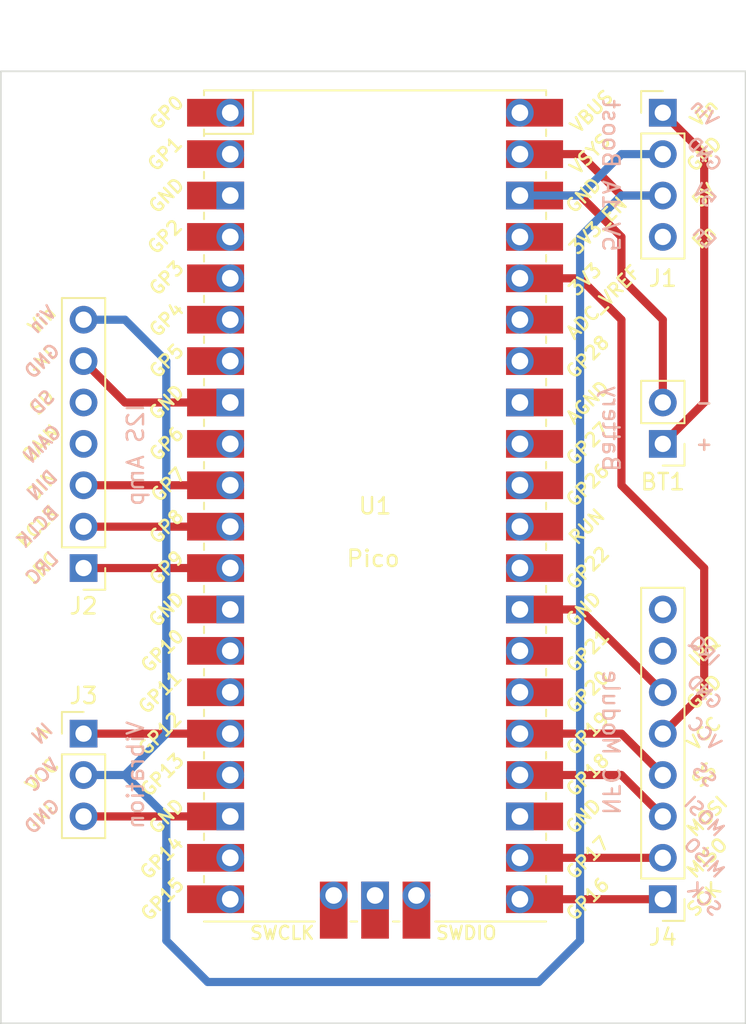
<source format=kicad_pcb>
(kicad_pcb (version 20221018) (generator pcbnew)
  (layers (0 "F.Cu" signal) (31 "B.Cu" signal) (34 "B.Paste" user) (35 "F.Paste" user) (36 "B.SilkS" user "B.Silkscreen") (37 "F.SilkS" user "F.Silkscreen") (38 "B.Mask" user) (39 "F.Mask" user) (44 "Edge.Cuts" user))
  (net 0 "")
  (net 1 "Net-(BT1-+)")
  (net 2 "Net-(BT1--)")
  (net 3 "Net-(J1-5V)")
  (net 5 "Net-(J2-LRC)")
  (net 6 "Net-(J2-BCLK)")
  (net 7 "Net-(J2-DIN)")
  (net 10 "Net-(J3-IN)")
  (net 11 "Net-(J3-GND)")
  (net 12 "Net-(J4-SCK)")
  (net 13 "Net-(J4-MISO)")
  (net 14 "Net-(J4-MOSI)")
  (net 15 "Net-(J4-SS)")
  (net 16 "Net-(J4-VCC)")
  (net 17 "Net-(J4-GND)")
  (net 49 "Net-(J2-GND)")
  (footprint "Connector_PinHeader_2.54mm:PinHeader_1x03_P2.54mm_Vertical" (layer "F.Cu") (at 109.22 93.98)
    (fp_text reference "J3" (at 0 -2.33) (layer "F.SilkS"))
    (fp_text value "Vibration Motor" hide)
    (fp_line (start -1.33 -1.33) (end 0 -1.33) (stroke (width 0.12)) (layer "F.SilkS"))
    (fp_line (start -1.33 0) (end -1.33 -1.33) (stroke (width 0.12)) (layer "F.SilkS"))
    (fp_line (start -1.33 1.27) (end -1.33 6.41) (stroke (width 0.12)) (layer "F.SilkS"))
    (fp_line (start -1.33 1.27) (end 1.33 1.27) (stroke (width 0.12)) (layer "F.SilkS"))
    (fp_line (start -1.33 6.41) (end 1.33 6.41) (stroke (width 0.12)) (layer "F.SilkS"))
    (fp_line (start 1.33 1.27) (end 1.33 6.41) (stroke (width 0.12)) (layer "F.SilkS"))
    (pad "1" thru_hole rect (at 0 0) (size 1.7 1.7) (drill 1) (layers "*.Cu" "*.Mask") (net 10 "Net-(J3-IN)"))
    (pad "2" thru_hole oval (at 0 2.54) (size 1.7 1.7) (drill 1) (layers "*.Cu" "*.Mask") (net 3 "Net-(J1-5V)"))
    (pad "3" thru_hole oval (at 0 5.08) (size 1.7 1.7) (drill 1) (layers "*.Cu" "*.Mask") (net 11 "Net-(J3-GND)"))
  )
  (footprint "Connector_PinHeader_2.54mm:PinHeader_1x08_P2.54mm_Vertical" (layer "F.Cu") (at 144.78 104.14 180)
    (fp_text reference "J4" (at 0 -2.33) (layer "F.SilkS"))
    (fp_text value "PN532" hide)
    (fp_line (start -1.33 -1.33) (end 0 -1.33) (stroke (width 0.12)) (layer "F.SilkS"))
    (fp_line (start -1.33 0) (end -1.33 -1.33) (stroke (width 0.12)) (layer "F.SilkS"))
    (fp_line (start -1.33 1.27) (end -1.33 19.11) (stroke (width 0.12)) (layer "F.SilkS"))
    (fp_line (start -1.33 1.27) (end 1.33 1.27) (stroke (width 0.12)) (layer "F.SilkS"))
    (fp_line (start -1.33 19.11) (end 1.33 19.11) (stroke (width 0.12)) (layer "F.SilkS"))
    (fp_line (start 1.33 1.27) (end 1.33 19.11) (stroke (width 0.12)) (layer "F.SilkS"))
    (pad "1" thru_hole rect (at 0 0 180) (size 1.7 1.7) (drill 1) (layers "*.Cu" "*.Mask") (net 12 "Net-(J4-SCK)"))
    (pad "2" thru_hole oval (at 0 2.54 180) (size 1.7 1.7) (drill 1) (layers "*.Cu" "*.Mask") (net 13 "Net-(J4-MISO)"))
    (pad "3" thru_hole oval (at 0 5.08 180) (size 1.7 1.7) (drill 1) (layers "*.Cu" "*.Mask") (net 14 "Net-(J4-MOSI)"))
    (pad "4" thru_hole oval (at 0 7.62 180) (size 1.7 1.7) (drill 1) (layers "*.Cu" "*.Mask") (net 15 "Net-(J4-SS)"))
    (pad "5" thru_hole oval (at 0 10.16 180) (size 1.7 1.7) (drill 1) (layers "*.Cu" "*.Mask") (net 16 "Net-(J4-VCC)"))
    (pad "6" thru_hole oval (at 0 12.7 180) (size 1.7 1.7) (drill 1) (layers "*.Cu" "*.Mask") (net 17 "Net-(J4-GND)"))
    (pad "7" thru_hole oval (at 0 15.24 180) (size 1.7 1.7) (drill 1) (layers "*.Cu" "*.Mask"))
    (pad "8" thru_hole oval (at 0 17.78 180) (size 1.7 1.7) (drill 1) (layers "*.Cu" "*.Mask"))
  )
  (footprint "Connector_PinHeader_2.54mm:PinHeader_1x02_P2.54mm_Vertical" (layer "F.Cu") (at 144.78 76.2 180)
    (fp_text reference "BT1" (at 0 -2.33) (layer "F.SilkS"))
    (fp_text value "Battery" hide)
    (fp_line (start -1.33 -1.33) (end 0 -1.33) (stroke (width 0.12)) (layer "F.SilkS"))
    (fp_line (start -1.33 0) (end -1.33 -1.33) (stroke (width 0.12)) (layer "F.SilkS"))
    (fp_line (start -1.33 1.27) (end -1.33 3.87) (stroke (width 0.12)) (layer "F.SilkS"))
    (fp_line (start -1.33 1.27) (end 1.33 1.27) (stroke (width 0.12)) (layer "F.SilkS"))
    (fp_line (start -1.33 3.87) (end 1.33 3.87) (stroke (width 0.12)) (layer "F.SilkS"))
    (fp_line (start 1.33 1.27) (end 1.33 3.87) (stroke (width 0.12)) (layer "F.SilkS"))
    (pad "1" thru_hole rect (at 0 0 180) (size 1.7 1.7) (drill 1) (layers "*.Cu" "*.Mask") (net 1 "Net-(BT1-+)"))
    (pad "2" thru_hole oval (at 0 2.54 180) (size 1.7 1.7) (drill 1) (layers "*.Cu" "*.Mask") (net 2 "Net-(BT1--)"))
  )
  (footprint "MCU_RaspberryPi_and_Boards:RPi_Pico_SMD_TH" (layer "F.Cu") (at 127.115 80.01)
    (fp_text reference "U1" (at 0 0) (layer "F.SilkS"))
    (fp_text value "Pico" hide)
    (fp_text user "GND" (at -12.8 -19.05 45) (layer "F.SilkS") (effects (font (size 0.8 0.8))))
    (fp_text user "RUN" (at 13 1.27 45) (layer "F.SilkS") (effects (font (size 0.8 0.8))))
    (fp_text user "VBUS" (at 13.3 -24.2 45) (layer "F.SilkS") (effects (font (size 0.8 0.8))))
    (fp_text user "GP18" (at 13.054 16.51 45) (layer "F.SilkS") (effects (font (size 0.8 0.8))))
    (fp_text user "SWDIO" (at 5.6 26.2) (layer "F.SilkS") (effects (font (size 0.8 0.8))))
    (fp_text user "3V3" (at 12.9 -13.9 45) (layer "F.SilkS") (effects (font (size 0.8 0.8))))
    (fp_text user "GP13" (at -13.054 16.51 45) (layer "F.SilkS") (effects (font (size 0.8 0.8))))
    (fp_text user "GP5" (at -12.8 -8.89 45) (layer "F.SilkS") (effects (font (size 0.8 0.8))))
    (fp_text user "GP9" (at -12.8 3.81 45) (layer "F.SilkS") (effects (font (size 0.8 0.8))))
    (fp_text user "GP12" (at -13.2 13.97 45) (layer "F.SilkS") (effects (font (size 0.8 0.8))))
    (fp_text user "GP7" (at -12.7 -1.3 45) (layer "F.SilkS") (effects (font (size 0.8 0.8))))
    (fp_text user "ADC_VREF" (at 14 -12.5 45) (layer "F.SilkS") (effects (font (size 0.8 0.8))))
    (fp_text user "3V3_EN" (at 13.7 -17.2 45) (layer "F.SilkS") (effects (font (size 0.8 0.8))))
    (fp_text user "SWCLK" (at -5.7 26.2) (layer "F.SilkS") (effects (font (size 0.8 0.8))))
    (fp_text user "GP21" (at 13.054 8.9 45) (layer "F.SilkS") (effects (font (size 0.8 0.8))))
    (fp_text user "GP28" (at 13.054 -9.144 45) (layer "F.SilkS") (effects (font (size 0.8 0.8))))
    (fp_text user "GP11" (at -13.2 11.43 45) (layer "F.SilkS") (effects (font (size 0.8 0.8))))
    (fp_text user "GP0" (at -12.8 -24.13 45) (layer "F.SilkS") (effects (font (size 0.8 0.8))))
    (fp_text user "VSYS" (at 13.2 -21.59 45) (layer "F.SilkS") (effects (font (size 0.8 0.8))))
    (fp_text user "GND" (at 12.8 -19.05 45) (layer "F.SilkS") (effects (font (size 0.8 0.8))))
    (fp_text user "GP2" (at -12.9 -16.51 45) (layer "F.SilkS") (effects (font (size 0.8 0.8))))
    (fp_text user "GND" (at -12.8 6.35 45) (layer "F.SilkS") (effects (font (size 0.8 0.8))))
    (fp_text user "GP20" (at 13.054 11.43 45) (layer "F.SilkS") (effects (font (size 0.8 0.8))))
    (fp_text user "GP15" (at -13.054 24.13 45) (layer "F.SilkS") (effects (font (size 0.8 0.8))))
    (fp_text user "GP22" (at 13.054 3.81 45) (layer "F.SilkS") (effects (font (size 0.8 0.8))))
    (fp_text user "GP1" (at -12.9 -21.6 45) (layer "F.SilkS") (effects (font (size 0.8 0.8))))
    (fp_text user "GND" (at -12.8 -6.35 45) (layer "F.SilkS") (effects (font (size 0.8 0.8))))
    (fp_text user "GP19" (at 13.054 13.97 45) (layer "F.SilkS") (effects (font (size 0.8 0.8))))
    (fp_text user "GND" (at 12.8 19.05 45) (layer "F.SilkS") (effects (font (size 0.8 0.8))))
    (fp_text user "GP3" (at -12.8 -13.97 45) (layer "F.SilkS") (effects (font (size 0.8 0.8))))
    (fp_text user "GP6" (at -12.8 -3.81 45) (layer "F.SilkS") (effects (font (size 0.8 0.8))))
    (fp_text user "GP26" (at 13.054 -1.27 45) (layer "F.SilkS") (effects (font (size 0.8 0.8))))
    (fp_text user "GP8" (at -12.8 1.27 45) (layer "F.SilkS") (effects (font (size 0.8 0.8))))
    (fp_text user "GP17" (at 13.054 21.59 45) (layer "F.SilkS") (effects (font (size 0.8 0.8))))
    (fp_text user "GND" (at 12.8 6.35 45) (layer "F.SilkS") (effects (font (size 0.8 0.8))))
    (fp_text user "GP16" (at 13.054 24.13 45) (layer "F.SilkS") (effects (font (size 0.8 0.8))))
    (fp_text user "GP27" (at 13.054 -3.8 45) (layer "F.SilkS") (effects (font (size 0.8 0.8))))
    (fp_text user "GP4" (at -12.8 -11.43 45) (layer "F.SilkS") (effects (font (size 0.8 0.8))))
    (fp_text user "GND" (at -12.8 19.05 45) (layer "F.SilkS") (effects (font (size 0.8 0.8))))
    (fp_text user "GP14" (at -13.1 21.59 45) (layer "F.SilkS") (effects (font (size 0.8 0.8))))
    (fp_text user "GP10" (at -13.054 8.89 45) (layer "F.SilkS") (effects (font (size 0.8 0.8))))
    (fp_text user "AGND" (at 13.054 -6.35 45) (layer "F.SilkS") (effects (font (size 0.8 0.8))))
    (fp_line (start -10.5 -25.5) (end -10.5 -25.2) (stroke (width 0.12)) (layer "F.SilkS"))
    (fp_line (start -10.5 -25.5) (end 10.5 -25.5) (stroke (width 0.12)) (layer "F.SilkS"))
    (fp_line (start -10.5 -23.1) (end -10.5 -22.7) (stroke (width 0.12)) (layer "F.SilkS"))
    (fp_line (start -10.5 -22.833) (end -7.493 -22.833) (stroke (width 0.12)) (layer "F.SilkS"))
    (fp_line (start -10.5 -20.5) (end -10.5 -20.1) (stroke (width 0.12)) (layer "F.SilkS"))
    (fp_line (start -10.5 -18) (end -10.5 -17.6) (stroke (width 0.12)) (layer "F.SilkS"))
    (fp_line (start -10.5 -15.4) (end -10.5 -15) (stroke (width 0.12)) (layer "F.SilkS"))
    (fp_line (start -10.5 -12.9) (end -10.5 -12.5) (stroke (width 0.12)) (layer "F.SilkS"))
    (fp_line (start -10.5 -10.4) (end -10.5 -10) (stroke (width 0.12)) (layer "F.SilkS"))
    (fp_line (start -10.5 -7.8) (end -10.5 -7.4) (stroke (width 0.12)) (layer "F.SilkS"))
    (fp_line (start -10.5 -5.3) (end -10.5 -4.9) (stroke (width 0.12)) (layer "F.SilkS"))
    (fp_line (start -10.5 -2.7) (end -10.5 -2.3) (stroke (width 0.12)) (layer "F.SilkS"))
    (fp_line (start -10.5 -0.2) (end -10.5 0.2) (stroke (width 0.12)) (layer "F.SilkS"))
    (fp_line (start -10.5 2.3) (end -10.5 2.7) (stroke (width 0.12)) (layer "F.SilkS"))
    (fp_line (start -10.5 4.9) (end -10.5 5.3) (stroke (width 0.12)) (layer "F.SilkS"))
    (fp_line (start -10.5 7.4) (end -10.5 7.8) (stroke (width 0.12)) (layer "F.SilkS"))
    (fp_line (start -10.5 10) (end -10.5 10.4) (stroke (width 0.12)) (layer "F.SilkS"))
    (fp_line (start -10.5 12.5) (end -10.5 12.9) (stroke (width 0.12)) (layer "F.SilkS"))
    (fp_line (start -10.5 15.1) (end -10.5 15.5) (stroke (width 0.12)) (layer "F.SilkS"))
    (fp_line (start -10.5 17.6) (end -10.5 18) (stroke (width 0.12)) (layer "F.SilkS"))
    (fp_line (start -10.5 20.1) (end -10.5 20.5) (stroke (width 0.12)) (layer "F.SilkS"))
    (fp_line (start -10.5 22.7) (end -10.5 23.1) (stroke (width 0.12)) (layer "F.SilkS"))
    (fp_line (start -7.493 -22.833) (end -7.493 -25.5) (stroke (width 0.12)) (layer "F.SilkS"))
    (fp_line (start -3.7 25.5) (end -10.5 25.5) (stroke (width 0.12)) (layer "F.SilkS"))
    (fp_line (start -1.5 25.5) (end -1.1 25.5) (stroke (width 0.12)) (layer "F.SilkS"))
    (fp_line (start 1.1 25.5) (end 1.5 25.5) (stroke (width 0.12)) (layer "F.SilkS"))
    (fp_line (start 10.5 -25.5) (end 10.5 -25.2) (stroke (width 0.12)) (layer "F.SilkS"))
    (fp_line (start 10.5 -23.1) (end 10.5 -22.7) (stroke (width 0.12)) (layer "F.SilkS"))
    (fp_line (start 10.5 -20.5) (end 10.5 -20.1) (stroke (width 0.12)) (layer "F.SilkS"))
    (fp_line (start 10.5 -18) (end 10.5 -17.6) (stroke (width 0.12)) (layer "F.SilkS"))
    (fp_line (start 10.5 -15.4) (end 10.5 -15) (stroke (width 0.12)) (layer "F.SilkS"))
    (fp_line (start 10.5 -12.9) (end 10.5 -12.5) (stroke (width 0.12)) (layer "F.SilkS"))
    (fp_line (start 10.5 -10.4) (end 10.5 -10) (stroke (width 0.12)) (layer "F.SilkS"))
    (fp_line (start 10.5 -7.8) (end 10.5 -7.4) (stroke (width 0.12)) (layer "F.SilkS"))
    (fp_line (start 10.5 -5.3) (end 10.5 -4.9) (stroke (width 0.12)) (layer "F.SilkS"))
    (fp_line (start 10.5 -2.7) (end 10.5 -2.3) (stroke (width 0.12)) (layer "F.SilkS"))
    (fp_line (start 10.5 -0.2) (end 10.5 0.2) (stroke (width 0.12)) (layer "F.SilkS"))
    (fp_line (start 10.5 2.3) (end 10.5 2.7) (stroke (width 0.12)) (layer "F.SilkS"))
    (fp_line (start 10.5 4.9) (end 10.5 5.3) (stroke (width 0.12)) (layer "F.SilkS"))
    (fp_line (start 10.5 7.4) (end 10.5 7.8) (stroke (width 0.12)) (layer "F.SilkS"))
    (fp_line (start 10.5 10) (end 10.5 10.4) (stroke (width 0.12)) (layer "F.SilkS"))
    (fp_line (start 10.5 12.5) (end 10.5 12.9) (stroke (width 0.12)) (layer "F.SilkS"))
    (fp_line (start 10.5 15.1) (end 10.5 15.5) (stroke (width 0.12)) (layer "F.SilkS"))
    (fp_line (start 10.5 17.6) (end 10.5 18) (stroke (width 0.12)) (layer "F.SilkS"))
    (fp_line (start 10.5 20.1) (end 10.5 20.5) (stroke (width 0.12)) (layer "F.SilkS"))
    (fp_line (start 10.5 22.7) (end 10.5 23.1) (stroke (width 0.12)) (layer "F.SilkS"))
    (fp_line (start 10.5 25.5) (end 3.7 25.5) (stroke (width 0.12)) (layer "F.SilkS"))
    (pad "" np_thru_hole oval (at -2.725 -24) (size 1.8 1.8) (drill 1.8) (layers "*.Cu" "*.Mask"))
    (pad "" np_thru_hole oval (at -2.425 -20.97) (size 1.5 1.5) (drill 1.5) (layers "*.Cu" "*.Mask"))
    (pad "" np_thru_hole oval (at 2.425 -20.97) (size 1.5 1.5) (drill 1.5) (layers "*.Cu" "*.Mask"))
    (pad "" np_thru_hole oval (at 2.725 -24) (size 1.8 1.8) (drill 1.8) (layers "*.Cu" "*.Mask"))
    (pad "1" thru_hole oval (at -8.89 -24.13) (size 1.7 1.7) (drill 1.02) (layers "*.Cu" "*.Mask"))
    (pad "1" smd rect (at -8.89 -24.13) (size 3.5 1.7) (drill (offset -0.9 0)) (layers "F.Cu" "F.Mask"))
    (pad "2" thru_hole oval (at -8.89 -21.59) (size 1.7 1.7) (drill 1.02) (layers "*.Cu" "*.Mask"))
    (pad "2" smd rect (at -8.89 -21.59) (size 3.5 1.7) (drill (offset -0.9 0)) (layers "F.Cu" "F.Mask"))
    (pad "3" thru_hole rect (at -8.89 -19.05) (size 1.7 1.7) (drill 1.02) (layers "*.Cu" "*.Mask"))
    (pad "3" smd rect (at -8.89 -19.05) (size 3.5 1.7) (drill (offset -0.9 0)) (layers "F.Cu" "F.Mask"))
    (pad "4" thru_hole oval (at -8.89 -16.51) (size 1.7 1.7) (drill 1.02) (layers "*.Cu" "*.Mask"))
    (pad "4" smd rect (at -8.89 -16.51) (size 3.5 1.7) (drill (offset -0.9 0)) (layers "F.Cu" "F.Mask"))
    (pad "5" thru_hole oval (at -8.89 -13.97) (size 1.7 1.7) (drill 1.02) (layers "*.Cu" "*.Mask"))
    (pad "5" smd rect (at -8.89 -13.97) (size 3.5 1.7) (drill (offset -0.9 0)) (layers "F.Cu" "F.Mask"))
    (pad "6" thru_hole oval (at -8.89 -11.43) (size 1.7 1.7) (drill 1.02) (layers "*.Cu" "*.Mask"))
    (pad "6" smd rect (at -8.89 -11.43) (size 3.5 1.7) (drill (offset -0.9 0)) (layers "F.Cu" "F.Mask"))
    (pad "7" thru_hole oval (at -8.89 -8.89) (size 1.7 1.7) (drill 1.02) (layers "*.Cu" "*.Mask"))
    (pad "7" smd rect (at -8.89 -8.89) (size 3.5 1.7) (drill (offset -0.9 0)) (layers "F.Cu" "F.Mask"))
    (pad "8" thru_hole rect (at -8.89 -6.35) (size 1.7 1.7) (drill 1.02) (layers "*.Cu" "*.Mask") (net 49 "Net-(J2-GND)"))
    (pad "8" smd rect (at -8.89 -6.35) (size 3.5 1.7) (drill (offset -0.9 0)) (layers "F.Cu" "F.Mask") (net 49 "Net-(J2-GND)"))
    (pad "9" thru_hole oval (at -8.89 -3.81) (size 1.7 1.7) (drill 1.02) (layers "*.Cu" "*.Mask"))
    (pad "9" smd rect (at -8.89 -3.81) (size 3.5 1.7) (drill (offset -0.9 0)) (layers "F.Cu" "F.Mask"))
    (pad "10" thru_hole oval (at -8.89 -1.27) (size 1.7 1.7) (drill 1.02) (layers "*.Cu" "*.Mask") (net 7 "Net-(J2-DIN)"))
    (pad "10" smd rect (at -8.89 -1.27) (size 3.5 1.7) (drill (offset -0.9 0)) (layers "F.Cu" "F.Mask") (net 7 "Net-(J2-DIN)"))
    (pad "11" thru_hole oval (at -8.89 1.27) (size 1.7 1.7) (drill 1.02) (layers "*.Cu" "*.Mask") (net 6 "Net-(J2-BCLK)"))
    (pad "11" smd rect (at -8.89 1.27) (size 3.5 1.7) (drill (offset -0.9 0)) (layers "F.Cu" "F.Mask") (net 6 "Net-(J2-BCLK)"))
    (pad "12" thru_hole oval (at -8.89 3.81) (size 1.7 1.7) (drill 1.02) (layers "*.Cu" "*.Mask") (net 5 "Net-(J2-LRC)"))
    (pad "12" smd rect (at -8.89 3.81) (size 3.5 1.7) (drill (offset -0.9 0)) (layers "F.Cu" "F.Mask") (net 5 "Net-(J2-LRC)"))
    (pad "13" thru_hole rect (at -8.89 6.35) (size 1.7 1.7) (drill 1.02) (layers "*.Cu" "*.Mask"))
    (pad "13" smd rect (at -8.89 6.35) (size 3.5 1.7) (drill (offset -0.9 0)) (layers "F.Cu" "F.Mask"))
    (pad "14" thru_hole oval (at -8.89 8.89) (size 1.7 1.7) (drill 1.02) (layers "*.Cu" "*.Mask"))
    (pad "14" smd rect (at -8.89 8.89) (size 3.5 1.7) (drill (offset -0.9 0)) (layers "F.Cu" "F.Mask"))
    (pad "15" thru_hole oval (at -8.89 11.43) (size 1.7 1.7) (drill 1.02) (layers "*.Cu" "*.Mask"))
    (pad "15" smd rect (at -8.89 11.43) (size 3.5 1.7) (drill (offset -0.9 0)) (layers "F.Cu" "F.Mask"))
    (pad "16" thru_hole oval (at -8.89 13.97) (size 1.7 1.7) (drill 1.02) (layers "*.Cu" "*.Mask") (net 10 "Net-(J3-IN)"))
    (pad "16" smd rect (at -8.89 13.97) (size 3.5 1.7) (drill (offset -0.9 0)) (layers "F.Cu" "F.Mask") (net 10 "Net-(J3-IN)"))
    (pad "17" thru_hole oval (at -8.89 16.51) (size 1.7 1.7) (drill 1.02) (layers "*.Cu" "*.Mask"))
    (pad "17" smd rect (at -8.89 16.51) (size 3.5 1.7) (drill (offset -0.9 0)) (layers "F.Cu" "F.Mask"))
    (pad "18" thru_hole rect (at -8.89 19.05) (size 1.7 1.7) (drill 1.02) (layers "*.Cu" "*.Mask") (net 11 "Net-(J3-GND)"))
    (pad "18" smd rect (at -8.89 19.05) (size 3.5 1.7) (drill (offset -0.9 0)) (layers "F.Cu" "F.Mask") (net 11 "Net-(J3-GND)"))
    (pad "19" thru_hole oval (at -8.89 21.59) (size 1.7 1.7) (drill 1.02) (layers "*.Cu" "*.Mask"))
    (pad "19" smd rect (at -8.89 21.59) (size 3.5 1.7) (drill (offset -0.9 0)) (layers "F.Cu" "F.Mask"))
    (pad "20" thru_hole oval (at -8.89 24.13) (size 1.7 1.7) (drill 1.02) (layers "*.Cu" "*.Mask"))
    (pad "20" smd rect (at -8.89 24.13) (size 3.5 1.7) (drill (offset -0.9 0)) (layers "F.Cu" "F.Mask"))
    (pad "21" thru_hole oval (at 8.89 24.13) (size 1.7 1.7) (drill 1.02) (layers "*.Cu" "*.Mask") (net 12 "Net-(J4-SCK)"))
    (pad "21" smd rect (at 8.89 24.13) (size 3.5 1.7) (drill (offset 0.9 0)) (layers "F.Cu" "F.Mask") (net 12 "Net-(J4-SCK)"))
    (pad "22" thru_hole oval (at 8.89 21.59) (size 1.7 1.7) (drill 1.02) (layers "*.Cu" "*.Mask") (net 13 "Net-(J4-MISO)"))
    (pad "22" smd rect (at 8.89 21.59) (size 3.5 1.7) (drill (offset 0.9 0)) (layers "F.Cu" "F.Mask") (net 13 "Net-(J4-MISO)"))
    (pad "23" thru_hole rect (at 8.89 19.05) (size 1.7 1.7) (drill 1.02) (layers "*.Cu" "*.Mask"))
    (pad "23" smd rect (at 8.89 19.05) (size 3.5 1.7) (drill (offset 0.9 0)) (layers "F.Cu" "F.Mask"))
    (pad "24" thru_hole oval (at 8.89 16.51) (size 1.7 1.7) (drill 1.02) (layers "*.Cu" "*.Mask") (net 14 "Net-(J4-MOSI)"))
    (pad "24" smd rect (at 8.89 16.51) (size 3.5 1.7) (drill (offset 0.9 0)) (layers "F.Cu" "F.Mask") (net 14 "Net-(J4-MOSI)"))
    (pad "25" thru_hole oval (at 8.89 13.97) (size 1.7 1.7) (drill 1.02) (layers "*.Cu" "*.Mask") (net 15 "Net-(J4-SS)"))
    (pad "25" smd rect (at 8.89 13.97) (size 3.5 1.7) (drill (offset 0.9 0)) (layers "F.Cu" "F.Mask") (net 15 "Net-(J4-SS)"))
    (pad "26" thru_hole oval (at 8.89 11.43) (size 1.7 1.7) (drill 1.02) (layers "*.Cu" "*.Mask"))
    (pad "26" smd rect (at 8.89 11.43) (size 3.5 1.7) (drill (offset 0.9 0)) (layers "F.Cu" "F.Mask"))
    (pad "27" thru_hole oval (at 8.89 8.89) (size 1.7 1.7) (drill 1.02) (layers "*.Cu" "*.Mask"))
    (pad "27" smd rect (at 8.89 8.89) (size 3.5 1.7) (drill (offset 0.9 0)) (layers "F.Cu" "F.Mask"))
    (pad "28" thru_hole rect (at 8.89 6.35) (size 1.7 1.7) (drill 1.02) (layers "*.Cu" "*.Mask") (net 17 "Net-(J4-GND)"))
    (pad "28" smd rect (at 8.89 6.35) (size 3.5 1.7) (drill (offset 0.9 0)) (layers "F.Cu" "F.Mask") (net 17 "Net-(J4-GND)"))
    (pad "29" thru_hole oval (at 8.89 3.81) (size 1.7 1.7) (drill 1.02) (layers "*.Cu" "*.Mask"))
    (pad "29" smd rect (at 8.89 3.81) (size 3.5 1.7) (drill (offset 0.9 0)) (layers "F.Cu" "F.Mask"))
    (pad "30" thru_hole oval (at 8.89 1.27) (size 1.7 1.7) (drill 1.02) (layers "*.Cu" "*.Mask"))
    (pad "30" smd rect (at 8.89 1.27) (size 3.5 1.7) (drill (offset 0.9 0)) (layers "F.Cu" "F.Mask"))
    (pad "31" thru_hole oval (at 8.89 -1.27) (size 1.7 1.7) (drill 1.02) (layers "*.Cu" "*.Mask"))
    (pad "31" smd rect (at 8.89 -1.27) (size 3.5 1.7) (drill (offset 0.9 0)) (layers "F.Cu" "F.Mask"))
    (pad "32" thru_hole oval (at 8.89 -3.81) (size 1.7 1.7) (drill 1.02) (layers "*.Cu" "*.Mask"))
    (pad "32" smd rect (at 8.89 -3.81) (size 3.5 1.7) (drill (offset 0.9 0)) (layers "F.Cu" "F.Mask"))
    (pad "33" thru_hole rect (at 8.89 -6.35) (size 1.7 1.7) (drill 1.02) (layers "*.Cu" "*.Mask"))
    (pad "33" smd rect (at 8.89 -6.35) (size 3.5 1.7) (drill (offset 0.9 0)) (layers "F.Cu" "F.Mask"))
    (pad "34" thru_hole oval (at 8.89 -8.89) (size 1.7 1.7) (drill 1.02) (layers "*.Cu" "*.Mask"))
    (pad "34" smd rect (at 8.89 -8.89) (size 3.5 1.7) (drill (offset 0.9 0)) (layers "F.Cu" "F.Mask"))
    (pad "35" thru_hole oval (at 8.89 -11.43) (size 1.7 1.7) (drill 1.02) (layers "*.Cu" "*.Mask"))
    (pad "35" smd rect (at 8.89 -11.43) (size 3.5 1.7) (drill (offset 0.9 0)) (layers "F.Cu" "F.Mask"))
    (pad "36" thru_hole oval (at 8.89 -13.97) (size 1.7 1.7) (drill 1.02) (layers "*.Cu" "*.Mask") (net 16 "Net-(J4-VCC)"))
    (pad "36" smd rect (at 8.89 -13.97) (size 3.5 1.7) (drill (offset 0.9 0)) (layers "F.Cu" "F.Mask") (net 16 "Net-(J4-VCC)"))
    (pad "37" thru_hole oval (at 8.89 -16.51) (size 1.7 1.7) (drill 1.02) (layers "*.Cu" "*.Mask"))
    (pad "37" smd rect (at 8.89 -16.51) (size 3.5 1.7) (drill (offset 0.9 0)) (layers "F.Cu" "F.Mask"))
    (pad "38" thru_hole rect (at 8.89 -19.05) (size 1.7 1.7) (drill 1.02) (layers "*.Cu" "*.Mask") (net 2 "Net-(BT1--)"))
    (pad "38" smd rect (at 8.89 -19.05) (size 3.5 1.7) (drill (offset 0.9 0)) (layers "F.Cu" "F.Mask") (net 2 "Net-(BT1--)"))
    (pad "39" thru_hole oval (at 8.89 -21.59) (size 1.7 1.7) (drill 1.02) (layers "*.Cu" "*.Mask") (net 3 "Net-(J1-5V)"))
    (pad "39" smd rect (at 8.89 -21.59) (size 3.5 1.7) (drill (offset 0.9 0)) (layers "F.Cu" "F.Mask") (net 3 "Net-(J1-5V)"))
    (pad "40" thru_hole oval (at 8.89 -24.13) (size 1.7 1.7) (drill 1.02) (layers "*.Cu" "*.Mask"))
    (pad "40" smd rect (at 8.89 -24.13) (size 3.5 1.7) (drill (offset 0.9 0)) (layers "F.Cu" "F.Mask"))
    (pad "41" thru_hole oval (at -2.54 23.9) (size 1.7 1.7) (drill 1.02) (layers "*.Cu" "*.Mask"))
    (pad "41" smd rect (at -2.54 23.9 90) (size 3.5 1.7) (drill (offset -0.9 0)) (layers "F.Cu" "F.Mask"))
    (pad "42" thru_hole rect (at 0 23.9) (size 1.7 1.7) (drill 1.02) (layers "*.Cu" "*.Mask"))
    (pad "42" smd rect (at 0 23.9 90) (size 3.5 1.7) (drill (offset -0.9 0)) (layers "F.Cu" "F.Mask"))
    (pad "43" thru_hole oval (at 2.54 23.9) (size 1.7 1.7) (drill 1.02) (layers "*.Cu" "*.Mask"))
    (pad "43" smd rect (at 2.54 23.9 90) (size 3.5 1.7) (drill (offset -0.9 0)) (layers "F.Cu" "F.Mask"))
  )
  (footprint "Connector_PinHeader_2.54mm:PinHeader_1x04_P2.54mm_Vertical" (layer "F.Cu") (at 144.78 55.88)
    (fp_text reference "J1" (at 0 10.16) (layer "F.SilkS"))
    (fp_text value "TPS 61023" hide)
    (fp_line (start -1.33 -1.33) (end 0 -1.33) (stroke (width 0.12)) (layer "F.SilkS"))
    (fp_line (start -1.33 0) (end -1.33 -1.33) (stroke (width 0.12)) (layer "F.SilkS"))
    (fp_line (start -1.33 1.27) (end -1.33 8.95) (stroke (width 0.12)) (layer "F.SilkS"))
    (fp_line (start -1.33 1.27) (end 1.33 1.27) (stroke (width 0.12)) (layer "F.SilkS"))
    (fp_line (start -1.33 8.95) (end 1.33 8.95) (stroke (width 0.12)) (layer "F.SilkS"))
    (fp_line (start 1.33 1.27) (end 1.33 8.95) (stroke (width 0.12)) (layer "F.SilkS"))
    (pad "1" thru_hole rect (at 0 0) (size 1.7 1.7) (drill 1) (layers "*.Cu" "*.Mask") (net 1 "Net-(BT1-+)"))
    (pad "2" thru_hole oval (at 0 2.54) (size 1.7 1.7) (drill 1) (layers "*.Cu" "*.Mask") (net 2 "Net-(BT1--)"))
    (pad "3" thru_hole oval (at 0 5.08) (size 1.7 1.7) (drill 1) (layers "*.Cu" "*.Mask") (net 3 "Net-(J1-5V)"))
    (pad "4" thru_hole oval (at 0 7.62) (size 1.7 1.7) (drill 1) (layers "*.Cu" "*.Mask"))
  )
  (footprint "Connector_PinHeader_2.54mm:PinHeader_1x07_P2.54mm_Vertical" (layer "F.Cu") (at 109.22 83.82 180)
    (fp_text reference "J2" (at 0 -2.33) (layer "F.SilkS"))
    (fp_text value "MAX 98357A" hide)
    (fp_line (start -1.33 -1.33) (end 0 -1.33) (stroke (width 0.12)) (layer "F.SilkS"))
    (fp_line (start -1.33 0) (end -1.33 -1.33) (stroke (width 0.12)) (layer "F.SilkS"))
    (fp_line (start -1.33 1.27) (end -1.33 16.57) (stroke (width 0.12)) (layer "F.SilkS"))
    (fp_line (start -1.33 1.27) (end 1.33 1.27) (stroke (width 0.12)) (layer "F.SilkS"))
    (fp_line (start -1.33 16.57) (end 1.33 16.57) (stroke (width 0.12)) (layer "F.SilkS"))
    (fp_line (start 1.33 1.27) (end 1.33 16.57) (stroke (width 0.12)) (layer "F.SilkS"))
    (pad "1" thru_hole rect (at 0 0 180) (size 1.7 1.7) (drill 1) (layers "*.Cu" "*.Mask") (net 5 "Net-(J2-LRC)"))
    (pad "2" thru_hole oval (at 0 2.54 180) (size 1.7 1.7) (drill 1) (layers "*.Cu" "*.Mask") (net 6 "Net-(J2-BCLK)"))
    (pad "3" thru_hole oval (at 0 5.08 180) (size 1.7 1.7) (drill 1) (layers "*.Cu" "*.Mask") (net 7 "Net-(J2-DIN)"))
    (pad "4" thru_hole oval (at 0 7.62 180) (size 1.7 1.7) (drill 1) (layers "*.Cu" "*.Mask"))
    (pad "5" thru_hole oval (at 0 10.16 180) (size 1.7 1.7) (drill 1) (layers "*.Cu" "*.Mask"))
    (pad "6" thru_hole oval (at 0 12.7 180) (size 1.7 1.7) (drill 1) (layers "*.Cu" "*.Mask") (net 49 "Net-(J2-GND)"))
    (pad "7" thru_hole oval (at 0 15.24 180) (size 1.7 1.7) (drill 1) (layers "*.Cu" "*.Mask") (net 3 "Net-(J1-5V)"))
  )
  (gr_rect (start 104.14 53.34) (end 149.86 111.76) (stroke (width 0.1)) (fill none) (layer "Edge.Cuts"))
  (gr_text "5V 1A Boost" (at 141 64.5 270) (layer "B.SilkS") (effects (font (size 1 1)) (justify left bottom mirror)))
  (gr_text "5V" (at 147.32 60.96 -45) (layer "B.SilkS") (effects (font (size 0.8 0.8)) (justify mirror)))
  (gr_text "BCLK" (at 106.4 81.28 45) (layer "B.SilkS") (effects (font (size 0.8 0.8)) (justify mirror)))
  (gr_text "-" (at 147.32 73.66) (layer "B.SilkS") (effects (font (size 0.8 0.8)) (justify mirror)))
  (gr_text "GND" (at 106.68 99.06 45) (layer "B.SilkS") (effects (font (size 0.8 0.8)) (justify mirror)))
  (gr_text "VCC" (at 147.32 93.98 -45) (layer "B.SilkS") (effects (font (size 0.8 0.8)) (justify mirror)))
  (gr_text "VCC" (at 106.68 96.52 45) (layer "B.SilkS") (effects (font (size 0.8 0.8)) (justify mirror)))
  (gr_text "SD" (at 106.68 73.66 45) (layer "B.SilkS") (effects (font (size 0.8 0.8)) (justify mirror)))
  (gr_text "Vin" (at 106.68 68.58 45) (layer "B.SilkS") (effects (font (size 0.8 0.8)) (justify mirror)))
  (gr_text "IRQ" (at 147.32 88.9 -45) (layer "B.SilkS") (effects (font (size 0.8 0.8)) (justify mirror)))
  (gr_text "SCK" (at 147.32 104.14 -45) (layer "B.SilkS") (effects (font (size 0.8 0.8)) (justify mirror)))
  (gr_text "NFC Module" (at 141 99.06 270) (layer "B.SilkS") (effects (font (size 1 1)) (justify left bottom mirror)))
  (gr_text "+" (at 147.32 76.2) (layer "B.SilkS") (effects (font (size 0.8 0.8)) (justify mirror)))
  (gr_text "Battery" (at 141 78 270) (layer "B.SilkS") (effects (font (size 1 1)) (justify left bottom mirror)))
  (gr_text "SS" (at 147.32 96.52 -45) (layer "B.SilkS") (effects (font (size 0.8 0.8)) (justify mirror)))
  (gr_text "GAIN" (at 106.68 76.2 45) (layer "B.SilkS") (effects (font (size 0.8 0.8)) (justify mirror)))
  (gr_text "En" (at 147.32 63.5 -45) (layer "B.SilkS") (effects (font (size 0.8 0.8)) (justify mirror)))
  (gr_text "MISO" (at 147.32 101.6 315) (layer "B.SilkS") (effects (font (size 0.8 0.8)) (justify mirror)))
  (gr_text "GND" (at 106.68 71.12 45) (layer "B.SilkS") (effects (font (size 0.8 0.8)) (justify mirror)))
  (gr_text "Vibration" (at 113 96.52 90) (layer "B.SilkS") (effects (font (size 1 1)) (justify bottom mirror)))
  (gr_text "LRC" (at 106.68 83.82 45) (layer "B.SilkS") (effects (font (size 0.8 0.8)) (justify mirror)))
  (gr_text "MOSI" (at 147.32 99.06 315) (layer "B.SilkS") (effects (font (size 0.8 0.8)) (justify mirror)))
  (gr_text "GND" (at 147.32 91.44 -45) (layer "B.SilkS") (effects (font (size 0.8 0.8)) (justify mirror)))
  (gr_text "DIN" (at 106.68 78.74 45) (layer "B.SilkS") (effects (font (size 0.8 0.8)) (justify mirror)))
  (gr_text "GND" (at 147.32 58.42 -45) (layer "B.SilkS") (effects (font (size 0.8 0.8)) (justify mirror)))
  (gr_text "Vin" (at 147.32 55.88 -45) (layer "B.SilkS") (effects (font (size 0.8 0.8)) (justify mirror)))
  (gr_text "I2S Amp" (at 113 73.66 90) (layer "B.SilkS") (effects (font (size 1 1)) (justify left bottom mirror)))
  (gr_text "IN" (at 106.68 93.98 45) (layer "B.SilkS") (effects (font (size 0.8 0.8)) (justify mirror)))
  (gr_text "+" (at 147.32 76.2) (layer "F.SilkS") (effects (font (size 0.8 0.8))))
  (gr_text "SS" (at 147.32 96.52 45) (layer "F.SilkS") (effects (font (size 0.8 0.8))))
  (gr_text "BCLK" (at 106.4 81.28 45) (layer "F.SilkS") (effects (font (size 0.8 0.8))))
  (gr_text "Vin" (at 147.32 55.88 45) (layer "F.SilkS") (effects (font (size 0.8 0.8))))
  (gr_text "VCC" (at 147.32 93.98 45) (layer "F.SilkS") (effects (font (size 0.8 0.8))))
  (gr_text "GND" (at 106.68 71.12 45) (layer "F.SilkS") (effects (font (size 0.8 0.8))))
  (gr_text "5V" (at 147.32 60.96 45) (layer "F.SilkS") (effects (font (size 0.8 0.8))))
  (gr_text "MISO" (at 147.5 101.6 45) (layer "F.SilkS") (effects (font (size 0.8 0.8))))
  (gr_text "GND" (at 106.68 99.06 45) (layer "F.SilkS") (effects (font (size 0.8 0.8))))
  (gr_text "LRC" (at 106.68 83.82 45) (layer "F.SilkS") (effects (font (size 0.8 0.8))))
  (gr_text "IRQ" (at 147.32 88.9 45) (layer "F.SilkS") (effects (font (size 0.8 0.8))))
  (gr_text "SD" (at 106.68 73.66 45) (layer "F.SilkS") (effects (font (size 0.8 0.8))))
  (gr_text "MOSI" (at 147.5 99.06 45) (layer "F.SilkS") (effects (font (size 0.8 0.8))))
  (gr_text "GND" (at 147.32 58.42 45) (layer "F.SilkS") (effects (font (size 0.8 0.8))))
  (gr_text "VCC" (at 106.68 96.52 45) (layer "F.SilkS") (effects (font (size 0.8 0.8))))
  (gr_text "IN" (at 106.68 93.98 45) (layer "F.SilkS") (effects (font (size 0.8 0.8))))
  (gr_text "-" (at 147.32 73.66) (layer "F.SilkS") (effects (font (size 0.8 0.8))))
  (gr_text "SCK" (at 147.32 104.14 45) (layer "F.SilkS") (effects (font (size 0.8 0.8))))
  (gr_text "Vin" (at 106.68 68.58 45) (layer "F.SilkS") (effects (font (size 0.8 0.8))))
  (gr_text "GAIN" (at 106.6 76.2 45) (layer "F.SilkS") (effects (font (size 0.8 0.8))))
  (gr_text "Pico" (at 127 83.82) (layer "F.SilkS") (effects (font (size 1 1)) (justify bottom)))
  (gr_text "DIN" (at 106.68 78.74 45) (layer "F.SilkS") (effects (font (size 0.8 0.8))))
  (gr_text "En" (at 147.32 63.5 45) (layer "F.SilkS") (effects (font (size 0.8 0.8))))
  (gr_text "GND" (at 147.32 91.44 45) (layer "F.SilkS") (effects (font (size 0.8 0.8))))
  (segment (start 147.32 58.42) (end 147.32 73.66) (width 0.5) (layer "F.Cu") (net 1))
  (segment (start 144.78 55.88) (end 147.32 58.42) (width 0.5) (layer "F.Cu") (net 1))
  (segment (start 147.32 73.66) (end 144.78 76.2) (width 0.5) (layer "F.Cu") (net 1))
  (segment (start 144.78 68.58) (end 144.78 73.66) (width 0.5) (layer "F.Cu") (net 2))
  (segment (start 142.24 66.04) (end 144.78 68.58) (width 0.5) (layer "F.Cu") (net 2))
  (segment (start 136.005 60.96) (end 139.7 60.96) (width 0.5) (layer "F.Cu") (net 2))
  (segment (start 142.24 63.5) (end 142.24 66.04) (width 0.5) (layer "F.Cu") (net 2))
  (segment (start 139.7 60.96) (end 142.24 63.5) (width 0.5) (layer "F.Cu") (net 2))
  (segment (start 142.24 58.42) (end 144.78 58.42) (width 0.5) (layer "B.Cu") (net 2))
  (segment (start 139.7 60.96) (end 142.24 58.42) (width 0.5) (layer "B.Cu") (net 2))
  (segment (start 136.005 60.96) (end 139.7 60.96) (width 0.5) (layer "B.Cu") (net 2))
  (segment (start 142.24 60.96) (end 144.78 60.96) (width 0.5) (layer "F.Cu") (net 3))
  (segment (start 139.7 58.42) (end 136.005 58.42) (width 0.5) (layer "F.Cu") (net 3))
  (segment (start 139.7 58.42) (end 142.24 60.96) (width 0.5) (layer "F.Cu") (net 3))
  (segment (start 111.76 96.52) (end 114.3 99.06) (width 0.5) (layer "B.Cu") (net 3))
  (segment (start 114.3 106.68) (end 116.84 109.22) (width 0.5) (layer "B.Cu") (net 3))
  (segment (start 111.76 68.58) (end 109.22 68.58) (width 0.5) (layer "B.Cu") (net 3))
  (segment (start 114.3 71.12) (end 111.76 68.58) (width 0.5) (layer "B.Cu") (net 3))
  (segment (start 139.7 63.5) (end 142.24 60.96) (width 0.5) (layer "B.Cu") (net 3))
  (segment (start 114.3 93.98) (end 114.3 71.12) (width 0.5) (layer "B.Cu") (net 3))
  (segment (start 116.84 109.22) (end 137.16 109.22) (width 0.5) (layer "B.Cu") (net 3))
  (segment (start 139.7 106.68) (end 139.7 63.5) (width 0.5) (layer "B.Cu") (net 3))
  (segment (start 111.76 96.52) (end 114.3 93.98) (width 0.5) (layer "B.Cu") (net 3))
  (segment (start 142.24 60.96) (end 144.78 60.96) (width 0.5) (layer "B.Cu") (net 3))
  (segment (start 137.16 109.22) (end 139.7 106.68) (width 0.5) (layer "B.Cu") (net 3))
  (segment (start 114.3 99.06) (end 114.3 106.68) (width 0.5) (layer "B.Cu") (net 3))
  (segment (start 109.22 96.52) (end 111.76 96.52) (width 0.5) (layer "B.Cu") (net 3))
  (segment (start 109.22 83.82) (end 118.225 83.82) (width 0.5) (layer "F.Cu") (net 5))
  (segment (start 109.22 81.28) (end 118.225 81.28) (width 0.5) (layer "F.Cu") (net 6))
  (segment (start 109.22 78.74) (end 118.225 78.74) (width 0.5) (layer "F.Cu") (net 7))
  (segment (start 109.22 93.98) (end 118.225 93.98) (width 0.5) (layer "F.Cu") (net 10))
  (segment (start 109.22 99.06) (end 118.225 99.06) (width 0.5) (layer "F.Cu") (net 11))
  (segment (start 136.005 104.14) (end 144.78 104.14) (width 0.5) (layer "F.Cu") (net 12))
  (segment (start 136.005 101.6) (end 144.78 101.6) (width 0.5) (layer "F.Cu") (net 13))
  (segment (start 144.78 99.06) (end 142.24 96.52) (width 0.5) (layer "F.Cu") (net 14))
  (segment (start 142.24 96.52) (end 136.005 96.52) (width 0.5) (layer "F.Cu") (net 14))
  (segment (start 144.78 96.52) (end 142.24 93.98) (width 0.5) (layer "F.Cu") (net 15))
  (segment (start 142.24 93.98) (end 136.005 93.98) (width 0.5) (layer "F.Cu") (net 15))
  (segment (start 147.32 83.82) (end 142.24 78.74) (width 0.5) (layer "F.Cu") (net 16))
  (segment (start 142.24 78.74) (end 142.24 68.58) (width 0.5) (layer "F.Cu") (net 16))
  (segment (start 142.24 68.58) (end 139.7 66.04) (width 0.5) (layer "F.Cu") (net 16))
  (segment (start 144.78 93.98) (end 147.32 91.44) (width 0.5) (layer "F.Cu") (net 16))
  (segment (start 139.7 66.04) (end 136.005 66.04) (width 0.5) (layer "F.Cu") (net 16))
  (segment (start 147.32 91.44) (end 147.32 83.82) (width 0.5) (layer "F.Cu") (net 16))
  (segment (start 139.7 86.36) (end 136.005 86.36) (width 0.5) (layer "F.Cu") (net 17))
  (segment (start 144.78 91.44) (end 139.7 86.36) (width 0.5) (layer "F.Cu") (net 17))
  (segment (start 109.22 71.12) (end 111.76 73.66) (width 0.5) (layer "F.Cu") (net 49))
  (segment (start 111.76 73.66) (end 118.225 73.66) (width 0.5) (layer "F.Cu") (net 49))
)
</source>
